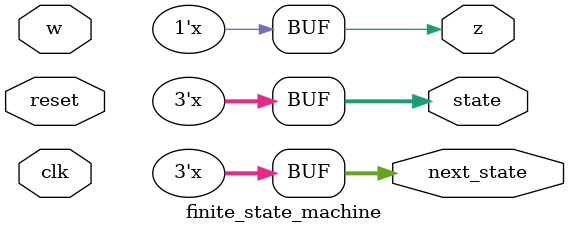
<source format=v>

module finite_state_machine( 
    input clk,
	input reset,
	input w,
	output [2:0] state,
	output [2:0] next_state,
    output z
);
    reg [2:0] state; 
    reg [2:0] next_state;
    reg z;
	// 请完成模块的设计
    localparam A = 0, B = 1, C = 2, D = 3, E = 4, F = 5;
    initial begin
        next_state = 0;
        z = 0;
    end
    always@(state, w) begin
        case(state) 
            A: begin
                state = A;
                z = 0;
                if(w)
                    next_state = A;
                else
                    next_state = B;
            end
            B: begin
                state = B;
                z = 0;
                if(w)
                    next_state = D;
                else
                    next_state = C;
            end
            C: begin
                state = C;
                z = 0;
                if(w)
                    next_state = D;
                else
                    next_state = E;

            end
            D: begin
                state = D;
                z = 0;
                if(w)
                    next_state = A;
                else
                    next_state = F;
            end
            E: begin
                state = E;
                z = 1;
                if(w)
                    next_state = D;
                else
                    next_state = E;
            end
            F: begin
                state = F;
                z = 1;
                if(w)
                    next_state = D;
                else
                    next_state = C;
            end
        endcase
    end

	always@(posedge clk)begin
        if (reset == 1)
            state <= A;
        else 
            state <= next_state; 
    end
	
endmodule


</source>
